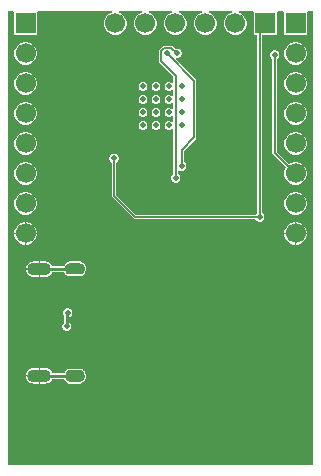
<source format=gbl>
%TF.GenerationSoftware,Altium Limited,Altium Designer,23.2.1 (34)*%
G04 Layer_Physical_Order=2*
G04 Layer_Color=16711680*
%FSLAX45Y45*%
%MOMM*%
%TF.SameCoordinates,A812FC76-EFF7-42A6-A9F1-56CA2D28D9A5*%
%TF.FilePolarity,Positive*%
%TF.FileFunction,Copper,L2,Bot,Signal*%
%TF.Part,Single*%
G01*
G75*
%TA.AperFunction,SMDPad,CuDef*%
%ADD20C,0.90000*%
%TA.AperFunction,Conductor*%
%ADD27C,0.25400*%
%ADD29C,0.15240*%
%TA.AperFunction,ComponentPad*%
G04:AMPARAMS|DCode=32|XSize=1.1mm|YSize=2.05mm|CornerRadius=0.55mm|HoleSize=0mm|Usage=FLASHONLY|Rotation=270.000|XOffset=0mm|YOffset=0mm|HoleType=Round|Shape=RoundedRectangle|*
%AMROUNDEDRECTD32*
21,1,1.10000,0.95000,0,0,270.0*
21,1,0.00000,2.05000,0,0,270.0*
1,1,1.10000,-0.47500,0.00000*
1,1,1.10000,-0.47500,0.00000*
1,1,1.10000,0.47500,0.00000*
1,1,1.10000,0.47500,0.00000*
%
%ADD32ROUNDEDRECTD32*%
G04:AMPARAMS|DCode=33|XSize=0.6mm|YSize=1.15mm|CornerRadius=0.3mm|HoleSize=0mm|Usage=FLASHONLY|Rotation=270.000|XOffset=0mm|YOffset=0mm|HoleType=Round|Shape=RoundedRectangle|*
%AMROUNDEDRECTD33*
21,1,0.60000,0.55000,0,0,270.0*
21,1,0.00000,1.15000,0,0,270.0*
1,1,0.60000,-0.27500,0.00000*
1,1,0.60000,-0.27500,0.00000*
1,1,0.60000,0.27500,0.00000*
1,1,0.60000,0.27500,0.00000*
%
%ADD33ROUNDEDRECTD33*%
%ADD34C,1.70000*%
%ADD35R,1.70000X1.70000*%
%ADD36R,1.70000X1.70000*%
%TA.AperFunction,ViaPad*%
%ADD37C,0.50000*%
G36*
X2613212Y-3862892D02*
X25848Y-3862893D01*
X25848Y-23308D01*
X73474D01*
X82640Y-31840D01*
X82640Y-36008D01*
Y-222160D01*
X272960D01*
Y-36008D01*
X272960Y-31840D01*
X282126Y-23308D01*
X445480D01*
X907506D01*
X909178Y-36008D01*
X900530Y-38325D01*
X878830Y-50853D01*
X861113Y-68570D01*
X848585Y-90270D01*
X842100Y-114472D01*
Y-139528D01*
X848585Y-163730D01*
X861113Y-185430D01*
X878830Y-203147D01*
X900530Y-215675D01*
X924732Y-222160D01*
X949788D01*
X973990Y-215675D01*
X995690Y-203147D01*
X1013407Y-185430D01*
X1025935Y-163730D01*
X1032420Y-139528D01*
Y-114472D01*
X1025935Y-90270D01*
X1013407Y-68570D01*
X995690Y-50853D01*
X973990Y-38325D01*
X965342Y-36008D01*
X967014Y-23308D01*
X1161506D01*
X1163178Y-36008D01*
X1154530Y-38325D01*
X1132830Y-50853D01*
X1115113Y-68570D01*
X1102585Y-90270D01*
X1096100Y-114472D01*
Y-139528D01*
X1102585Y-163730D01*
X1115113Y-185430D01*
X1132830Y-203147D01*
X1154530Y-215675D01*
X1178732Y-222160D01*
X1203788D01*
X1227990Y-215675D01*
X1249690Y-203147D01*
X1267407Y-185430D01*
X1279935Y-163730D01*
X1286420Y-139528D01*
Y-114472D01*
X1279935Y-90270D01*
X1267407Y-68570D01*
X1249690Y-50853D01*
X1227990Y-38325D01*
X1219342Y-36008D01*
X1221014Y-23308D01*
X1415506D01*
X1417178Y-36008D01*
X1408530Y-38325D01*
X1386830Y-50853D01*
X1369113Y-68570D01*
X1356585Y-90270D01*
X1350100Y-114472D01*
Y-139528D01*
X1356585Y-163730D01*
X1369113Y-185430D01*
X1386830Y-203147D01*
X1408530Y-215675D01*
X1432732Y-222160D01*
X1457788D01*
X1481990Y-215675D01*
X1503690Y-203147D01*
X1521407Y-185430D01*
X1533935Y-163730D01*
X1540420Y-139528D01*
Y-114472D01*
X1533935Y-90270D01*
X1521407Y-68570D01*
X1503690Y-50853D01*
X1481990Y-38325D01*
X1473342Y-36008D01*
X1475014Y-23308D01*
X1669506Y-23308D01*
X1671178Y-36008D01*
X1662530Y-38325D01*
X1640830Y-50853D01*
X1623113Y-68570D01*
X1610585Y-90270D01*
X1604100Y-114472D01*
Y-139528D01*
X1610585Y-163730D01*
X1623113Y-185430D01*
X1640830Y-203147D01*
X1662530Y-215675D01*
X1686732Y-222160D01*
X1711788D01*
X1735990Y-215675D01*
X1757690Y-203147D01*
X1775407Y-185430D01*
X1787935Y-163730D01*
X1794420Y-139528D01*
Y-114472D01*
X1787935Y-90270D01*
X1775407Y-68570D01*
X1757690Y-50853D01*
X1735990Y-38325D01*
X1727342Y-36008D01*
X1729014Y-23308D01*
X1923506D01*
X1925178Y-36008D01*
X1916530Y-38325D01*
X1894830Y-50853D01*
X1877113Y-68570D01*
X1864585Y-90270D01*
X1858100Y-114472D01*
Y-139528D01*
X1864585Y-163730D01*
X1877113Y-185430D01*
X1894830Y-203147D01*
X1916530Y-215675D01*
X1940732Y-222160D01*
X1965788D01*
X1989990Y-215675D01*
X2011690Y-203147D01*
X2029407Y-185430D01*
X2041935Y-163730D01*
X2048420Y-139528D01*
Y-114472D01*
X2041935Y-90270D01*
X2029407Y-68570D01*
X2011690Y-50853D01*
X1989990Y-38325D01*
X1981342Y-36008D01*
X1983014Y-23308D01*
X2102934D01*
X2112100Y-36008D01*
Y-222160D01*
X2140872D01*
Y-1729513D01*
X2136342Y-1731390D01*
X2125090Y-1742642D01*
X2123213Y-1747172D01*
X1112409D01*
X945228Y-1579991D01*
Y-1305787D01*
X949758Y-1303910D01*
X961010Y-1292658D01*
X967100Y-1277957D01*
Y-1262043D01*
X961010Y-1247342D01*
X949758Y-1236090D01*
X935057Y-1230000D01*
X919143D01*
X904442Y-1236090D01*
X893190Y-1247342D01*
X887100Y-1262043D01*
Y-1277957D01*
X893190Y-1292658D01*
X904442Y-1303910D01*
X908972Y-1305787D01*
Y-1587500D01*
X910352Y-1594438D01*
X914281Y-1600319D01*
X1092081Y-1778119D01*
X1097963Y-1782048D01*
X1104900Y-1783428D01*
X2123213D01*
X2125090Y-1787958D01*
X2136342Y-1799210D01*
X2151043Y-1805300D01*
X2166957D01*
X2181658Y-1799210D01*
X2192910Y-1787958D01*
X2199000Y-1773257D01*
Y-1757343D01*
X2192910Y-1742642D01*
X2181658Y-1731390D01*
X2177128Y-1729513D01*
Y-222160D01*
X2302420D01*
Y-36008D01*
X2302420Y-31840D01*
X2311586Y-23308D01*
X2359474D01*
X2368640Y-36008D01*
Y-222160D01*
X2558960D01*
Y-36008D01*
X2558960Y-31840D01*
X2568126Y-23308D01*
X2613212D01*
X2613212Y-3862892D01*
D02*
G37*
%LPC*%
G36*
X2476328Y-285840D02*
X2451272D01*
X2427070Y-292325D01*
X2405370Y-304853D01*
X2387653Y-322570D01*
X2375125Y-344270D01*
X2368640Y-368472D01*
Y-393528D01*
X2375125Y-417730D01*
X2387653Y-439430D01*
X2405370Y-457147D01*
X2427070Y-469675D01*
X2451272Y-476160D01*
X2476328D01*
X2500530Y-469675D01*
X2522230Y-457147D01*
X2539947Y-439430D01*
X2552475Y-417730D01*
X2558960Y-393528D01*
Y-368472D01*
X2552475Y-344270D01*
X2539947Y-322570D01*
X2522230Y-304853D01*
X2500530Y-292325D01*
X2476328Y-285840D01*
D02*
G37*
G36*
X190328D02*
X165272D01*
X141070Y-292325D01*
X119370Y-304853D01*
X101653Y-322570D01*
X89125Y-344270D01*
X82640Y-368472D01*
Y-393528D01*
X89125Y-417730D01*
X101653Y-439430D01*
X119370Y-457147D01*
X141070Y-469675D01*
X165272Y-476160D01*
X190328D01*
X214530Y-469675D01*
X236230Y-457147D01*
X253947Y-439430D01*
X266475Y-417730D01*
X272960Y-393528D01*
Y-368472D01*
X266475Y-344270D01*
X253947Y-322570D01*
X236230Y-304853D01*
X214530Y-292325D01*
X190328Y-285840D01*
D02*
G37*
G36*
X1412880Y-315252D02*
X1351875D01*
X1344938Y-316632D01*
X1339057Y-320561D01*
X1311161Y-348457D01*
X1307232Y-354338D01*
X1305852Y-361275D01*
Y-444740D01*
X1307232Y-451678D01*
X1311161Y-457559D01*
X1429672Y-576069D01*
Y-627125D01*
X1416972Y-632386D01*
X1413125Y-628539D01*
X1399269Y-622800D01*
X1384271D01*
X1370415Y-628539D01*
X1359809Y-639145D01*
X1354070Y-653001D01*
Y-667999D01*
X1359809Y-681855D01*
X1370415Y-692460D01*
X1384271Y-698200D01*
X1399269D01*
X1413125Y-692460D01*
X1416972Y-688614D01*
X1429672Y-693874D01*
Y-737125D01*
X1416972Y-742386D01*
X1413125Y-738539D01*
X1399269Y-732800D01*
X1384271D01*
X1370415Y-738539D01*
X1359809Y-749145D01*
X1354070Y-763001D01*
Y-777999D01*
X1359809Y-791855D01*
X1370415Y-802460D01*
X1384271Y-808200D01*
X1399269D01*
X1413125Y-802460D01*
X1416972Y-798614D01*
X1429672Y-803874D01*
Y-847125D01*
X1416972Y-852386D01*
X1413125Y-848539D01*
X1399269Y-842800D01*
X1384271D01*
X1370415Y-848539D01*
X1359809Y-859145D01*
X1354070Y-873001D01*
Y-887999D01*
X1359809Y-901855D01*
X1370415Y-912460D01*
X1384271Y-918200D01*
X1399269D01*
X1413125Y-912460D01*
X1416972Y-908614D01*
X1429672Y-913874D01*
Y-957125D01*
X1416972Y-962386D01*
X1413125Y-958539D01*
X1399269Y-952800D01*
X1384271D01*
X1370415Y-958539D01*
X1359809Y-969145D01*
X1354070Y-983001D01*
Y-997999D01*
X1359809Y-1011855D01*
X1370415Y-1022460D01*
X1384271Y-1028200D01*
X1399269D01*
X1413125Y-1022460D01*
X1416972Y-1018614D01*
X1429672Y-1023875D01*
Y-1399313D01*
X1425142Y-1401190D01*
X1413890Y-1412442D01*
X1407800Y-1427143D01*
Y-1443057D01*
X1413890Y-1457758D01*
X1425142Y-1469010D01*
X1439843Y-1475100D01*
X1455757D01*
X1470458Y-1469010D01*
X1481710Y-1457758D01*
X1487800Y-1443057D01*
Y-1427143D01*
X1481710Y-1412442D01*
X1470458Y-1401190D01*
X1465928Y-1399313D01*
Y-1373990D01*
X1478628Y-1368523D01*
X1490643Y-1373500D01*
X1506557D01*
X1521258Y-1367410D01*
X1532510Y-1356158D01*
X1538600Y-1341457D01*
Y-1325543D01*
X1532510Y-1310842D01*
X1521258Y-1299590D01*
X1516728Y-1297713D01*
Y-1203849D01*
X1618099Y-1102479D01*
X1622028Y-1096597D01*
X1623408Y-1089660D01*
Y-614680D01*
X1622028Y-607743D01*
X1618099Y-601861D01*
X1448970Y-432733D01*
X1450233Y-428589D01*
X1455198Y-421000D01*
X1468457D01*
X1483158Y-414910D01*
X1494410Y-403658D01*
X1500500Y-388957D01*
Y-373043D01*
X1494410Y-358342D01*
X1483158Y-347090D01*
X1468457Y-341000D01*
X1452543D01*
X1448014Y-342876D01*
X1425699Y-320561D01*
X1419818Y-316632D01*
X1412880Y-315252D01*
D02*
G37*
G36*
X1289269Y-622800D02*
X1274271D01*
X1260415Y-628539D01*
X1249809Y-639145D01*
X1244070Y-653001D01*
Y-667999D01*
X1249809Y-681855D01*
X1260415Y-692460D01*
X1274271Y-698200D01*
X1289269D01*
X1303125Y-692460D01*
X1313730Y-681855D01*
X1319470Y-667999D01*
Y-653001D01*
X1313730Y-639145D01*
X1303125Y-628539D01*
X1289269Y-622800D01*
D02*
G37*
G36*
X1179269D02*
X1164271D01*
X1150415Y-628539D01*
X1139809Y-639145D01*
X1134070Y-653001D01*
Y-667999D01*
X1139809Y-681855D01*
X1150415Y-692460D01*
X1164271Y-698200D01*
X1179269D01*
X1193125Y-692460D01*
X1203730Y-681855D01*
X1209470Y-667999D01*
Y-653001D01*
X1203730Y-639145D01*
X1193125Y-628539D01*
X1179269Y-622800D01*
D02*
G37*
G36*
X2476328Y-539840D02*
X2451272D01*
X2427070Y-546325D01*
X2405370Y-558853D01*
X2387653Y-576570D01*
X2375125Y-598270D01*
X2368640Y-622472D01*
Y-647528D01*
X2375125Y-671730D01*
X2387653Y-693430D01*
X2405370Y-711147D01*
X2427070Y-723675D01*
X2451272Y-730160D01*
X2476328D01*
X2500530Y-723675D01*
X2522230Y-711147D01*
X2539947Y-693430D01*
X2552475Y-671730D01*
X2558960Y-647528D01*
Y-622472D01*
X2552475Y-598270D01*
X2539947Y-576570D01*
X2522230Y-558853D01*
X2500530Y-546325D01*
X2476328Y-539840D01*
D02*
G37*
G36*
X190328D02*
X165272D01*
X141070Y-546325D01*
X119370Y-558853D01*
X101653Y-576570D01*
X89125Y-598270D01*
X82640Y-622472D01*
Y-647528D01*
X89125Y-671730D01*
X101653Y-693430D01*
X119370Y-711147D01*
X141070Y-723675D01*
X165272Y-730160D01*
X190328D01*
X214530Y-723675D01*
X236230Y-711147D01*
X253947Y-693430D01*
X266475Y-671730D01*
X272960Y-647528D01*
Y-622472D01*
X266475Y-598270D01*
X253947Y-576570D01*
X236230Y-558853D01*
X214530Y-546325D01*
X190328Y-539840D01*
D02*
G37*
G36*
X1289269Y-732800D02*
X1274271D01*
X1260415Y-738539D01*
X1249809Y-749145D01*
X1244070Y-763001D01*
Y-777999D01*
X1249809Y-791855D01*
X1260415Y-802460D01*
X1274271Y-808200D01*
X1289269D01*
X1303125Y-802460D01*
X1313730Y-791855D01*
X1319470Y-777999D01*
Y-763001D01*
X1313730Y-749145D01*
X1303125Y-738539D01*
X1289269Y-732800D01*
D02*
G37*
G36*
X1179269D02*
X1164271D01*
X1150415Y-738539D01*
X1139809Y-749145D01*
X1134070Y-763001D01*
Y-777999D01*
X1139809Y-791855D01*
X1150415Y-802460D01*
X1164271Y-808200D01*
X1179269D01*
X1193125Y-802460D01*
X1203730Y-791855D01*
X1209470Y-777999D01*
Y-763001D01*
X1203730Y-749145D01*
X1193125Y-738539D01*
X1179269Y-732800D01*
D02*
G37*
G36*
X1289269Y-842800D02*
X1274271D01*
X1260415Y-848539D01*
X1249809Y-859145D01*
X1244070Y-873001D01*
Y-887999D01*
X1249809Y-901855D01*
X1260415Y-912460D01*
X1274271Y-918200D01*
X1289269D01*
X1303125Y-912460D01*
X1313730Y-901855D01*
X1319470Y-887999D01*
Y-873001D01*
X1313730Y-859145D01*
X1303125Y-848539D01*
X1289269Y-842800D01*
D02*
G37*
G36*
X1179269D02*
X1164271D01*
X1150415Y-848539D01*
X1139809Y-859145D01*
X1134070Y-873001D01*
Y-887999D01*
X1139809Y-901855D01*
X1150415Y-912460D01*
X1164271Y-918200D01*
X1179269D01*
X1193125Y-912460D01*
X1203730Y-901855D01*
X1209470Y-887999D01*
Y-873001D01*
X1203730Y-859145D01*
X1193125Y-848539D01*
X1179269Y-842800D01*
D02*
G37*
G36*
X2476328Y-793840D02*
X2451272D01*
X2427070Y-800325D01*
X2405370Y-812853D01*
X2387653Y-830570D01*
X2375125Y-852270D01*
X2368640Y-876472D01*
Y-901528D01*
X2375125Y-925730D01*
X2387653Y-947430D01*
X2405370Y-965147D01*
X2427070Y-977675D01*
X2451272Y-984160D01*
X2476328D01*
X2500530Y-977675D01*
X2522230Y-965147D01*
X2539947Y-947430D01*
X2552475Y-925730D01*
X2558960Y-901528D01*
Y-876472D01*
X2552475Y-852270D01*
X2539947Y-830570D01*
X2522230Y-812853D01*
X2500530Y-800325D01*
X2476328Y-793840D01*
D02*
G37*
G36*
X190328D02*
X165272D01*
X141070Y-800325D01*
X119370Y-812853D01*
X101653Y-830570D01*
X89125Y-852270D01*
X82640Y-876472D01*
Y-901528D01*
X89125Y-925730D01*
X101653Y-947430D01*
X119370Y-965147D01*
X141070Y-977675D01*
X165272Y-984160D01*
X190328D01*
X214530Y-977675D01*
X236230Y-965147D01*
X253947Y-947430D01*
X266475Y-925730D01*
X272960Y-901528D01*
Y-876472D01*
X266475Y-852270D01*
X253947Y-830570D01*
X236230Y-812853D01*
X214530Y-800325D01*
X190328Y-793840D01*
D02*
G37*
G36*
X1289269Y-952800D02*
X1274271D01*
X1260415Y-958539D01*
X1249809Y-969145D01*
X1244070Y-983001D01*
Y-997999D01*
X1249809Y-1011855D01*
X1260415Y-1022460D01*
X1274271Y-1028200D01*
X1289269D01*
X1303125Y-1022460D01*
X1313730Y-1011855D01*
X1319470Y-997999D01*
Y-983001D01*
X1313730Y-969145D01*
X1303125Y-958539D01*
X1289269Y-952800D01*
D02*
G37*
G36*
X1179269D02*
X1164271D01*
X1150415Y-958539D01*
X1139809Y-969145D01*
X1134070Y-983001D01*
Y-997999D01*
X1139809Y-1011855D01*
X1150415Y-1022460D01*
X1164271Y-1028200D01*
X1179269D01*
X1193125Y-1022460D01*
X1203730Y-1011855D01*
X1209470Y-997999D01*
Y-983001D01*
X1203730Y-969145D01*
X1193125Y-958539D01*
X1179269Y-952800D01*
D02*
G37*
G36*
X2476328Y-1047840D02*
X2451272D01*
X2427070Y-1054325D01*
X2405370Y-1066853D01*
X2387653Y-1084570D01*
X2375125Y-1106270D01*
X2368640Y-1130472D01*
Y-1155528D01*
X2375125Y-1179730D01*
X2387653Y-1201430D01*
X2405370Y-1219147D01*
X2427070Y-1231675D01*
X2451272Y-1238160D01*
X2476328D01*
X2500530Y-1231675D01*
X2522230Y-1219147D01*
X2539947Y-1201430D01*
X2552475Y-1179730D01*
X2558960Y-1155528D01*
Y-1130472D01*
X2552475Y-1106270D01*
X2539947Y-1084570D01*
X2522230Y-1066853D01*
X2500530Y-1054325D01*
X2476328Y-1047840D01*
D02*
G37*
G36*
X190328D02*
X165272D01*
X141070Y-1054325D01*
X119370Y-1066853D01*
X101653Y-1084570D01*
X89125Y-1106270D01*
X82640Y-1130472D01*
Y-1155528D01*
X89125Y-1179730D01*
X101653Y-1201430D01*
X119370Y-1219147D01*
X141070Y-1231675D01*
X165272Y-1238160D01*
X190328D01*
X214530Y-1231675D01*
X236230Y-1219147D01*
X253947Y-1201430D01*
X266475Y-1179730D01*
X272960Y-1155528D01*
Y-1130472D01*
X266475Y-1106270D01*
X253947Y-1084570D01*
X236230Y-1066853D01*
X214530Y-1054325D01*
X190328Y-1047840D01*
D02*
G37*
G36*
X2293957Y-353700D02*
X2278043D01*
X2263342Y-359790D01*
X2252090Y-371042D01*
X2246000Y-385743D01*
Y-401657D01*
X2252090Y-416358D01*
X2263342Y-427610D01*
X2267872Y-429487D01*
Y-1221740D01*
X2269252Y-1228678D01*
X2273181Y-1234559D01*
X2383825Y-1345202D01*
X2375125Y-1360270D01*
X2368640Y-1384472D01*
Y-1409528D01*
X2375125Y-1433730D01*
X2387653Y-1455430D01*
X2405370Y-1473147D01*
X2427070Y-1485675D01*
X2451272Y-1492160D01*
X2476328D01*
X2500530Y-1485675D01*
X2522230Y-1473147D01*
X2539947Y-1455430D01*
X2552475Y-1433730D01*
X2558960Y-1409528D01*
Y-1384472D01*
X2552475Y-1360270D01*
X2539947Y-1338570D01*
X2522230Y-1320853D01*
X2500530Y-1308325D01*
X2476328Y-1301840D01*
X2451272D01*
X2427070Y-1308325D01*
X2408781Y-1318884D01*
X2304128Y-1214231D01*
Y-429487D01*
X2308658Y-427610D01*
X2319910Y-416358D01*
X2326000Y-401657D01*
Y-385743D01*
X2319910Y-371042D01*
X2308658Y-359790D01*
X2293957Y-353700D01*
D02*
G37*
G36*
X190328Y-1301840D02*
X165272D01*
X141070Y-1308325D01*
X119370Y-1320853D01*
X101653Y-1338570D01*
X89125Y-1360270D01*
X82640Y-1384472D01*
Y-1409528D01*
X89125Y-1433730D01*
X101653Y-1455430D01*
X119370Y-1473147D01*
X141070Y-1485675D01*
X165272Y-1492160D01*
X190328D01*
X214530Y-1485675D01*
X236230Y-1473147D01*
X253947Y-1455430D01*
X266475Y-1433730D01*
X272960Y-1409528D01*
Y-1384472D01*
X266475Y-1360270D01*
X253947Y-1338570D01*
X236230Y-1320853D01*
X214530Y-1308325D01*
X190328Y-1301840D01*
D02*
G37*
G36*
X2476328Y-1555840D02*
X2451272D01*
X2427070Y-1562325D01*
X2405370Y-1574853D01*
X2387653Y-1592570D01*
X2375125Y-1614270D01*
X2368640Y-1638472D01*
Y-1663528D01*
X2375125Y-1687730D01*
X2387653Y-1709430D01*
X2405370Y-1727147D01*
X2427070Y-1739675D01*
X2451272Y-1746160D01*
X2476328D01*
X2500530Y-1739675D01*
X2522230Y-1727147D01*
X2539947Y-1709430D01*
X2552475Y-1687730D01*
X2558960Y-1663528D01*
Y-1638472D01*
X2552475Y-1614270D01*
X2539947Y-1592570D01*
X2522230Y-1574853D01*
X2500530Y-1562325D01*
X2476328Y-1555840D01*
D02*
G37*
G36*
X190328D02*
X165272D01*
X141070Y-1562325D01*
X119370Y-1574853D01*
X101653Y-1592570D01*
X89125Y-1614270D01*
X82640Y-1638472D01*
Y-1663528D01*
X89125Y-1687730D01*
X101653Y-1709430D01*
X119370Y-1727147D01*
X141070Y-1739675D01*
X165272Y-1746160D01*
X190328D01*
X214530Y-1739675D01*
X236230Y-1727147D01*
X253947Y-1709430D01*
X266475Y-1687730D01*
X272960Y-1663528D01*
Y-1638472D01*
X266475Y-1614270D01*
X253947Y-1592570D01*
X236230Y-1574853D01*
X214530Y-1562325D01*
X190328Y-1555840D01*
D02*
G37*
G36*
X2476328Y-1809840D02*
X2468880D01*
Y-1899920D01*
X2558960D01*
Y-1892472D01*
X2552475Y-1868270D01*
X2539947Y-1846570D01*
X2522230Y-1828853D01*
X2500530Y-1816325D01*
X2476328Y-1809840D01*
D02*
G37*
G36*
X190328D02*
X182880D01*
Y-1899920D01*
X272960D01*
Y-1892472D01*
X266475Y-1868270D01*
X253947Y-1846570D01*
X236230Y-1828853D01*
X214530Y-1816325D01*
X190328Y-1809840D01*
D02*
G37*
G36*
X2458720D02*
X2451272D01*
X2427070Y-1816325D01*
X2405370Y-1828853D01*
X2387653Y-1846570D01*
X2375125Y-1868270D01*
X2368640Y-1892472D01*
Y-1899920D01*
X2458720D01*
Y-1809840D01*
D02*
G37*
G36*
X172720D02*
X165272D01*
X141070Y-1816325D01*
X119370Y-1828853D01*
X101653Y-1846570D01*
X89125Y-1868270D01*
X82640Y-1892472D01*
Y-1899920D01*
X172720D01*
Y-1809840D01*
D02*
G37*
G36*
X2558960Y-1910080D02*
X2468880D01*
Y-2000160D01*
X2476328D01*
X2500530Y-1993675D01*
X2522230Y-1981147D01*
X2539947Y-1963430D01*
X2552475Y-1941730D01*
X2558960Y-1917528D01*
Y-1910080D01*
D02*
G37*
G36*
X2458720D02*
X2368640D01*
Y-1917528D01*
X2375125Y-1941730D01*
X2387653Y-1963430D01*
X2405370Y-1981147D01*
X2427070Y-1993675D01*
X2451272Y-2000160D01*
X2458720D01*
Y-1910080D01*
D02*
G37*
G36*
X272960D02*
X182880D01*
Y-2000160D01*
X190328D01*
X214530Y-1993675D01*
X236230Y-1981147D01*
X253947Y-1963430D01*
X266475Y-1941730D01*
X272960Y-1917528D01*
Y-1910080D01*
D02*
G37*
G36*
X172720D02*
X82640D01*
Y-1917528D01*
X89125Y-1941730D01*
X101653Y-1963430D01*
X119370Y-1981147D01*
X141070Y-1993675D01*
X165272Y-2000160D01*
X172720D01*
Y-1910080D01*
D02*
G37*
G36*
X567500Y-2140703D02*
X567499Y-2140703D01*
X556560Y-2140703D01*
X554539Y-2141540D01*
X552351D01*
X532136Y-2149914D01*
X530590Y-2151460D01*
X528569Y-2152297D01*
X513097Y-2167769D01*
X512260Y-2169790D01*
X510713Y-2171337D01*
X505488Y-2183952D01*
X403606D01*
X399417Y-2173839D01*
X388973Y-2160227D01*
X375361Y-2149783D01*
X359510Y-2143217D01*
X342500Y-2140978D01*
X300080D01*
Y-2206700D01*
Y-2272422D01*
X342500D01*
X359510Y-2270183D01*
X375361Y-2263617D01*
X388973Y-2253173D01*
X399417Y-2239561D01*
X403142Y-2230568D01*
X505867D01*
X505931Y-2231290D01*
X512067Y-2243039D01*
X513115Y-2243916D01*
X513555Y-2245210D01*
X522307Y-2255165D01*
X523533Y-2255768D01*
X524268Y-2256920D01*
X529702Y-2260715D01*
X532938Y-2261429D01*
X536000Y-2262697D01*
X653999Y-2262698D01*
X657062Y-2261429D01*
X660298Y-2260715D01*
X665731Y-2256920D01*
X666466Y-2255768D01*
X667692Y-2255165D01*
X676444Y-2245209D01*
X676884Y-2243916D01*
X677932Y-2243039D01*
X684068Y-2231290D01*
X684189Y-2229928D01*
X684998Y-2228828D01*
X688167Y-2215957D01*
X687962Y-2214607D01*
X688486Y-2213345D01*
X688497Y-2206717D01*
X688493Y-2206709D01*
X688497Y-2206700D01*
Y-2195760D01*
X687660Y-2193739D01*
Y-2191552D01*
X679286Y-2171337D01*
X677740Y-2169790D01*
X676902Y-2167769D01*
X661431Y-2152297D01*
X659409Y-2151460D01*
X657863Y-2149913D01*
X637648Y-2141540D01*
X635461D01*
X633440Y-2140703D01*
X622500D01*
X567500Y-2140703D01*
D02*
G37*
G36*
X289920Y-2140978D02*
X247500D01*
X230490Y-2143217D01*
X214639Y-2149783D01*
X201027Y-2160227D01*
X190583Y-2173839D01*
X184017Y-2189690D01*
X182446Y-2201620D01*
X289920D01*
Y-2140978D01*
D02*
G37*
G36*
Y-2211780D02*
X182446D01*
X184017Y-2223710D01*
X190583Y-2239561D01*
X201027Y-2253173D01*
X214639Y-2263617D01*
X230490Y-2270183D01*
X247500Y-2272422D01*
X289920D01*
Y-2211780D01*
D02*
G37*
G36*
X541357Y-2538100D02*
X525443D01*
X510742Y-2544190D01*
X499490Y-2555442D01*
X493400Y-2570143D01*
Y-2586057D01*
X499490Y-2600758D01*
X501672Y-2602940D01*
Y-2659940D01*
X491870Y-2669742D01*
X485780Y-2684443D01*
Y-2700357D01*
X491870Y-2715058D01*
X503122Y-2726310D01*
X517823Y-2732400D01*
X533737D01*
X548438Y-2726310D01*
X559690Y-2715058D01*
X565780Y-2700357D01*
Y-2684443D01*
X559690Y-2669742D01*
X548438Y-2658490D01*
X548288Y-2658428D01*
Y-2615229D01*
X556058Y-2612010D01*
X567310Y-2600758D01*
X573400Y-2586057D01*
Y-2570143D01*
X567310Y-2555442D01*
X556058Y-2544190D01*
X541357Y-2538100D01*
D02*
G37*
G36*
X289920Y-3044978D02*
X247500D01*
X230490Y-3047217D01*
X214639Y-3053783D01*
X201027Y-3064228D01*
X190583Y-3077839D01*
X184017Y-3093690D01*
X182446Y-3105621D01*
X289920D01*
Y-3044978D01*
D02*
G37*
G36*
Y-3115781D02*
X182446D01*
X184017Y-3127710D01*
X190583Y-3143561D01*
X201027Y-3157173D01*
X214639Y-3167617D01*
X230490Y-3174183D01*
X247500Y-3176422D01*
X289920D01*
Y-3115781D01*
D02*
G37*
G36*
X342500Y-3044978D02*
X300080D01*
Y-3110701D01*
Y-3176422D01*
X342500D01*
X359510Y-3174183D01*
X375361Y-3167617D01*
X388973Y-3157173D01*
X399417Y-3143561D01*
X403374Y-3134008D01*
X505720D01*
X510713Y-3146064D01*
X512260Y-3147610D01*
X513097Y-3149631D01*
X528569Y-3165103D01*
X530590Y-3165940D01*
X532137Y-3167487D01*
X552351Y-3175860D01*
X554539D01*
X556560Y-3176697D01*
X567500Y-3176697D01*
X567500Y-3176697D01*
X633440D01*
X635461Y-3175860D01*
X637648D01*
X657863Y-3167487D01*
X659409Y-3165940D01*
X661431Y-3165103D01*
X676903Y-3149631D01*
X677740Y-3147610D01*
X679286Y-3146064D01*
X687660Y-3125849D01*
Y-3123662D01*
X688497Y-3121640D01*
Y-3110700D01*
X688493Y-3110692D01*
X688497Y-3110683D01*
X688486Y-3104055D01*
X687961Y-3102794D01*
X688167Y-3101443D01*
X684998Y-3088572D01*
X684189Y-3087472D01*
X684068Y-3086111D01*
X677932Y-3074361D01*
X676884Y-3073484D01*
X676444Y-3072191D01*
X667692Y-3062235D01*
X666466Y-3061632D01*
X665731Y-3060481D01*
X660298Y-3056685D01*
X657063Y-3055972D01*
X654000Y-3054703D01*
X536000Y-3054703D01*
X532937Y-3055972D01*
X529702Y-3056685D01*
X524268Y-3060481D01*
X523533Y-3061632D01*
X522307Y-3062235D01*
X513555Y-3072191D01*
X513115Y-3073484D01*
X512067Y-3074361D01*
X505931Y-3086111D01*
X505817Y-3087392D01*
X403374D01*
X399417Y-3077839D01*
X388973Y-3064228D01*
X375361Y-3053783D01*
X359510Y-3047217D01*
X342500Y-3044978D01*
D02*
G37*
%LPD*%
G36*
X622500Y-2151700D02*
X633440D01*
X653655Y-2160073D01*
X669126Y-2175545D01*
X677500Y-2195760D01*
Y-2206700D01*
X677489Y-2213328D01*
X674320Y-2226199D01*
X668184Y-2237949D01*
X659433Y-2247905D01*
X653999Y-2251700D01*
X536000Y-2251700D01*
X530567Y-2247904D01*
X521815Y-2237949D01*
X515679Y-2226199D01*
X512510Y-2213328D01*
X512500Y-2206700D01*
Y-2195760D01*
X520873Y-2175545D01*
X536345Y-2160074D01*
X556560Y-2151700D01*
X567500Y-2151701D01*
Y-2151700D01*
X622500Y-2151700D01*
D02*
G37*
G36*
X654000Y-2251700D02*
X653999D01*
D01*
X654000D01*
D02*
G37*
G36*
X653999Y-3065700D02*
X659433Y-3069496D01*
X668184Y-3079452D01*
X674320Y-3091201D01*
X677489Y-3104073D01*
X677500Y-3110700D01*
Y-3121640D01*
X669126Y-3141855D01*
X653655Y-3157327D01*
X633440Y-3165700D01*
X567500D01*
Y-3165700D01*
X556560Y-3165700D01*
X536345Y-3157327D01*
X520873Y-3141855D01*
X512500Y-3121640D01*
Y-3110700D01*
X512510Y-3104073D01*
X515679Y-3091201D01*
X521815Y-3079452D01*
X530567Y-3069496D01*
X536000Y-3065700D01*
X654000Y-3065700D01*
X653999Y-3065700D01*
D02*
G37*
D20*
X595000Y-2201700D02*
D03*
Y-3115700D02*
D03*
D27*
X528693Y-2587487D02*
Y-2578100D01*
X524980Y-2591200D02*
X528693Y-2587487D01*
X524980Y-2692400D02*
Y-2591200D01*
X309740Y-2207260D02*
X609740D01*
X295000Y-3110700D02*
X595000D01*
D29*
X1605280Y-1089660D02*
Y-614680D01*
X1371600Y-381000D02*
X1605280Y-614680D01*
X1498600Y-1333500D02*
Y-1196340D01*
X1605280Y-1089660D01*
X1323980Y-444740D02*
Y-361275D01*
X1351875Y-333380D01*
X1412880D02*
X1460500Y-381000D01*
X1323980Y-444740D02*
X1447800Y-568560D01*
X1351875Y-333380D02*
X1412880D01*
X2159000Y-1765300D02*
Y-175260D01*
X2207260Y-127000D01*
X1447800Y-1435100D02*
Y-568560D01*
X1104900Y-1765300D02*
X2159000D01*
X927100Y-1587500D02*
X1104900Y-1765300D01*
X927100Y-1587500D02*
Y-1270000D01*
X2286000Y-1221740D02*
Y-393700D01*
Y-1221740D02*
X2461260Y-1397000D01*
D32*
X295000Y-2206700D02*
D03*
Y-3110700D02*
D03*
D33*
X595000Y-2206700D02*
D03*
Y-3110700D02*
D03*
D34*
X2463800Y-1905000D02*
D03*
Y-1651000D02*
D03*
Y-381000D02*
D03*
Y-635000D02*
D03*
Y-889000D02*
D03*
Y-1143000D02*
D03*
Y-1397000D02*
D03*
X177800Y-1905000D02*
D03*
Y-1651000D02*
D03*
Y-381000D02*
D03*
Y-635000D02*
D03*
Y-889000D02*
D03*
Y-1143000D02*
D03*
Y-1397000D02*
D03*
X937260Y-127000D02*
D03*
X1191260D02*
D03*
X1445260D02*
D03*
X1699260D02*
D03*
X1953260D02*
D03*
D35*
X2463800D02*
D03*
X177800D02*
D03*
D36*
X2207260D02*
D03*
D37*
X533400Y-2578100D02*
D03*
X525780Y-2692400D02*
D03*
X1501770Y-990500D02*
D03*
X1391770D02*
D03*
X1281770D02*
D03*
X1171770D02*
D03*
X1501770Y-880500D02*
D03*
X1391770D02*
D03*
X1281770D02*
D03*
X1171770D02*
D03*
X1501770Y-770500D02*
D03*
X1391770D02*
D03*
X1281770D02*
D03*
X1171770D02*
D03*
X1501770Y-660500D02*
D03*
X1391770D02*
D03*
X1281770D02*
D03*
X1171770D02*
D03*
X1371600Y-381000D02*
D03*
X1460500D02*
D03*
X2413000Y-3543300D02*
D03*
X1854200Y-825500D02*
D03*
X1270000Y-3429000D02*
D03*
X228600Y-3556000D02*
D03*
X1028700Y-2171700D02*
D03*
X736600Y-889000D02*
D03*
X711200Y-749300D02*
D03*
X723900Y-1168400D02*
D03*
X622300D02*
D03*
X520700D02*
D03*
X736600Y-1663700D02*
D03*
X533400Y-1651000D02*
D03*
X1234440Y-1420380D02*
D03*
X1447800Y-1435100D02*
D03*
X1498600Y-1333500D02*
D03*
X2159000Y-1765300D02*
D03*
X927100Y-1270000D02*
D03*
X2286000Y-393700D02*
D03*
%TF.MD5,a901ad282b5197155323072c6f02c392*%
M02*

</source>
